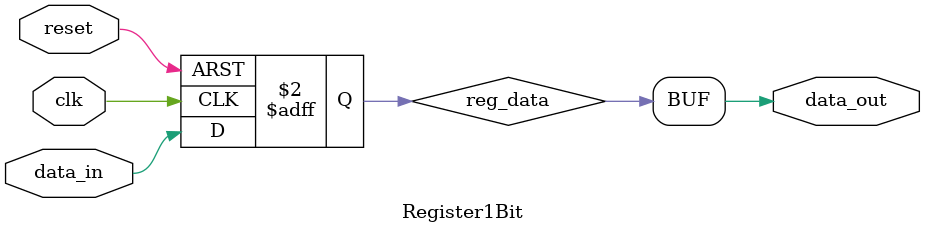
<source format=sv>
`timescale 1 ps / 100 fs

module Register1Bit(
    output wire data_out,
    input wire data_in,
    input wire clk,
    input wire reset,
);
    reg reg_data;

    always @(posedge clk or posedge reset) begin
        if (reset)
            reg_data <= 1'b0;
        else
            reg_data <= data_in;
    end

    assign data_out = reg_data;
endmodule

</source>
